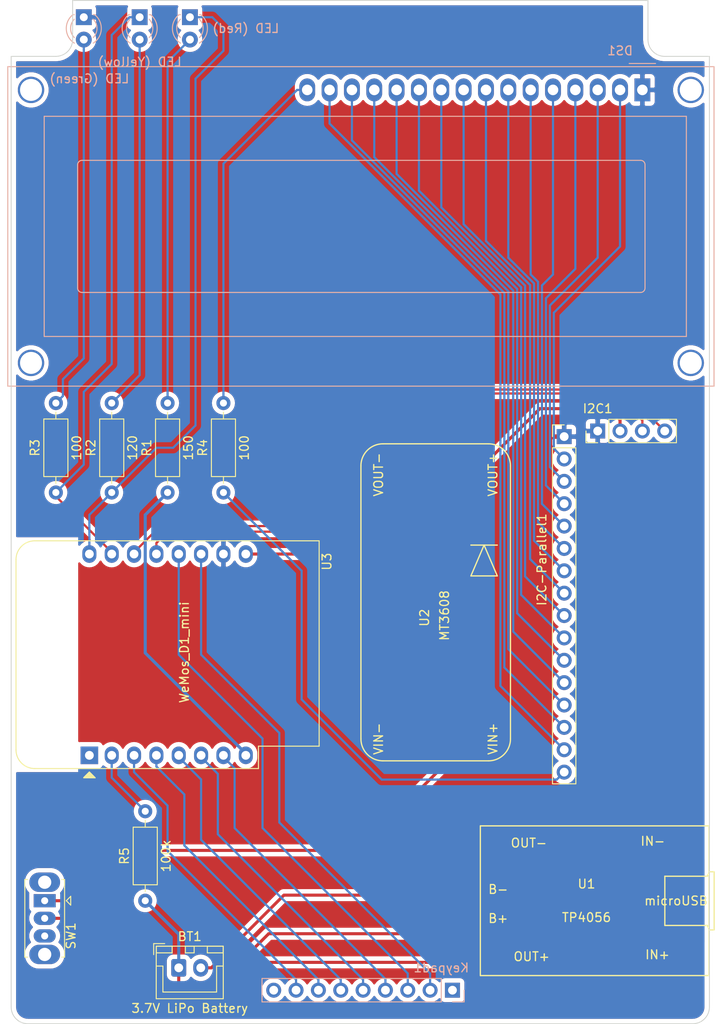
<source format=kicad_pcb>
(kicad_pcb (version 20171130) (host pcbnew "(5.1.2)-1")
  (title_block (title "WiFi Keypad") (date 2019-10-17) (rev 1) (company "Maidstone Hackspace"))
  (layers (0 F.Cu signal) (31 B.Cu signal) (34 B.Paste user hide) (35 F.Paste user hide) (36 B.SilkS user) (37 F.SilkS user) (38 B.Mask user) (39 F.Mask user) (44 Edge.Cuts user))
  (net 0 "")
  (net 1 +BATT)
  (net 2 -BATT)
  (net 3 /LED_Control1)
  (net 4 "Net-(D1-Pad2)")
  (net 5 "Net-(D2-Pad2)")
  (net 6 /LED_Control2)
  (net 7 GND)
  (net 8 "Net-(D3-Pad2)")
  (net 9 /LCD2)
  (net 10 /LCD3)
  (net 11 /LCD4)
  (net 12 /LCD5)
  (net 13 /LCD6)
  (net 14 /LCD7)
  (net 15 /LCD8)
  (net 16 /LCD9)
  (net 17 /LCD10)
  (net 18 /LCD11)
  (net 19 /LCD12)
  (net 20 /LCD13)
  (net 21 /LCD14)
  (net 22 /LCD15)
  (net 23 "Net-(DS1-Pad16)")
  (net 24 +5V)
  (net 25 SDA)
  (net 26 SCL)
  (net 27 /LCD16)
  (net 28 "Net-(Keypad1-Pad1)")
  (net 29 /KP1)
  (net 30 /KP2)
  (net 31 /KP3)
  (net 32 /KP4)
  (net 33 /KP5)
  (net 34 /KP6)
  (net 35 /KP7)
  (net 36 "Net-(Keypad1-Pad9)")
  (net 37 +3V3)
  (net 38 "Net-(R5-Pad2)")
  (net 39 "Net-(SW1-Pad3)")
  (net 40 "Net-(U1-Pad2)")
  (net 41 "Net-(U1-Pad1)")
  (net 42 "Net-(U3-Pad1)")
  (net 43 /V+2)
  (net 44 /V+1)
  (module Module:WEMOS_D1_mini_light (layer F.Cu) (at 119.38 121.285 90)
    (fp_text reference U3 (at 22 27 90) (layer F.SilkS))
    (fp_text value WeMos_D1_mini (at 11.7 10.795 90) (layer F.SilkS))
    (fp_line (start 1.04 26.12) (end 24.36 26.12) (layer F.SilkS) (width 0.12))
    (fp_line (start -1.5 19.22) (end -1.5 -6.21) (layer F.SilkS) (width 0.12))
    (fp_line (start 24.36 26.12) (end 24.36 -6.21) (layer F.SilkS) (width 0.12))
    (fp_line (start 22.24 -8.34) (end 0.63 -8.34) (layer F.SilkS) (width 0.12))
    (fp_poly (pts (xy -2.54 -0.635) (xy -2.54 0.635) (xy -1.905 0)) (layer F.SilkS) (width 0.15))
    (fp_line (start -1.5 19.22) (end 1.04 19.22) (layer F.SilkS) (width 0.12))
    (fp_line (start 1.04 19.22) (end 1.04 26.12) (layer F.SilkS) (width 0.12))
    (fp_arc (start 0.63 -6.21) (end 0.63 -8.34) (angle -90) (layer F.SilkS) (width 0.12))
    (fp_arc (start 22.23 -6.21) (end 24.36 -6.21) (angle -90) (layer F.SilkS) (width 0.12))
    (pad 2 thru_hole oval (at 0 2.54 90) (size 2 1.6) (drill 1) (layers *.Cu *.Mask) (net 38 "Net-(R5-Pad2)"))
    (pad 1 thru_hole rect (at 0 0 90) (size 2 2) (drill 1) (layers *.Cu *.Mask) (net 42 "Net-(U3-Pad1)"))
    (pad 3 thru_hole oval (at 0 5.08 90) (size 2 1.6) (drill 1) (layers *.Cu *.Mask) (net 35 /KP7))
    (pad 4 thru_hole oval (at 0 7.62 90) (size 2 1.6) (drill 1) (layers *.Cu *.Mask) (net 34 /KP6))
    (pad 5 thru_hole oval (at 0 10.16 90) (size 2 1.6) (drill 1) (layers *.Cu *.Mask) (net 33 /KP5))
    (pad 6 thru_hole oval (at 0 12.7 90) (size 2 1.6) (drill 1) (layers *.Cu *.Mask) (net 32 /KP4))
    (pad 7 thru_hole oval (at 0 15.24 90) (size 2 1.6) (drill 1) (layers *.Cu *.Mask) (net 31 /KP3))
    (pad 8 thru_hole oval (at 0 17.78 90) (size 2 1.6) (drill 1) (layers *.Cu *.Mask) (net 37 +3V3))
    (pad 9 thru_hole oval (at 22.86 17.78 90) (size 2 1.6) (drill 1) (layers *.Cu *.Mask) (net 24 +5V))
    (pad 10 thru_hole oval (at 22.86 15.24 90) (size 2 1.6) (drill 1) (layers *.Cu *.Mask) (net 7 GND))
    (pad 11 thru_hole oval (at 22.86 12.7 90) (size 2 1.6) (drill 1) (layers *.Cu *.Mask) (net 29 /KP1))
    (pad 12 thru_hole oval (at 22.86 10.16 90) (size 2 1.6) (drill 1) (layers *.Cu *.Mask) (net 30 /KP2))
    (pad 13 thru_hole oval (at 22.86 7.62 90) (size 2 1.6) (drill 1) (layers *.Cu *.Mask) (net 25 SDA))
    (pad 14 thru_hole oval (at 22.86 5.08 90) (size 2 1.6) (drill 1) (layers *.Cu *.Mask) (net 26 SCL))
    (pad 15 thru_hole oval (at 22.86 2.54 90) (size 2 1.6) (drill 1) (layers *.Cu *.Mask) (net 6 /LED_Control2))
    (pad 16 thru_hole oval (at 22.86 0 90) (size 2 1.6) (drill 1) (layers *.Cu *.Mask) (net 3 /LED_Control1))
  )
  (module Keypad:MT3608_module_SMT (layer F.Cu) (at 158.75 105.41 270)
    (fp_text reference U2 (at 0.25 1.27 270) (layer F.SilkS))
    (fp_text value MT3608 (at 0 -1 270) (layer F.SilkS))
    (fp_text user VOUT- (at -16 6.5 90) (layer F.SilkS))
    (fp_text user VIN+ (at 14 -6.5 90) (layer F.SilkS))
    (fp_text user VIN- (at 14 6.5 90) (layer F.SilkS))
    (fp_text user VOUT+ (at -16 -6.5 90) (layer F.SilkS))
    (fp_line (start -8 -7) (end -8 -4) (layer F.SilkS) (width 0.15))
    (fp_line (start -4.5 -7) (end -4.5 -4) (layer F.SilkS) (width 0.15))
    (fp_line (start -4.5 -4) (end -8 -5.5) (layer F.SilkS) (width 0.15))
    (fp_line (start -8 -5.5) (end -4.5 -7) (layer F.SilkS) (width 0.15))
    (fp_arc (start -17 -6) (end -19.5 -6) (angle 90) (layer F.SilkS) (width 0.15))
    (fp_arc (start 14 -6) (end 14 -8.5) (angle 90) (layer F.SilkS) (width 0.15))
    (fp_arc (start 14 6) (end 16.5 6) (angle 90) (layer F.SilkS) (width 0.15))
    (fp_arc (start -17 6) (end -17 8.5) (angle 90) (layer F.SilkS) (width 0.15))
    (fp_line (start -17 8.5) (end 14 8.5) (layer F.SilkS) (width 0.15))
    (fp_line (start 14 -8.5) (end -17 -8.5) (layer F.SilkS) (width 0.15))
    (fp_line (start 16.5 6) (end 16.5 -6) (layer F.SilkS) (width 0.15))
    (fp_line (start -19.5 -6) (end -19.5 6) (layer F.SilkS) (width 0.15))
    (pad 1 smd rect (at 14 -3.2 90) (size 5 3.5) (layers F.Cu F.Paste F.Mask) (net 43 /V+2))
    (pad 2 smd rect (at 14 3.25 90) (size 5 3.5) (layers F.Cu F.Paste F.Mask) (net 7 GND))
    (pad 3 smd rect (at -17 3.25 90) (size 5 3.5) (layers F.Cu F.Paste F.Mask) (net 7 GND))
    (pad 4 smd rect (at -17 -3.25 90) (size 5 3.5) (layers F.Cu F.Paste F.Mask) (net 24 +5V))
  )
  (module Keypad:4056E_LiIon_loader_SMT (layer F.Cu) (at 176.53 137.795 180)
    (fp_text reference U1 (at 0.635 1.905) (layer F.SilkS))
    (fp_text value TP4056 (at 0.635 -1.905) (layer F.SilkS))
    (fp_line (start -13.29 8.5) (end 12.7 8.5) (layer F.SilkS) (width 0.15))
    (fp_line (start -13.3 -8.5) (end 12.7 -8.5) (layer F.SilkS) (width 0.15))
    (fp_line (start -13.87 3.26) (end -13.87 -3.29) (layer F.SilkS) (width 0.15))
    (fp_text user microUSB (at -9.538 -0.014 180) (layer F.SilkS))
    (fp_line (start -13.856 3.288) (end -13.348 3.288) (layer F.SilkS) (width 0.15))
    (fp_line (start -13.348 3.288) (end -13.094 2.78) (layer F.SilkS) (width 0.15))
    (fp_line (start -13.094 2.78) (end -12.84 2.78) (layer F.SilkS) (width 0.15))
    (fp_line (start -13.856 -3.316) (end -13.348 -3.316) (layer F.SilkS) (width 0.15))
    (fp_line (start -13.348 -3.316) (end -13.094 -2.808) (layer F.SilkS) (width 0.15))
    (fp_line (start -13.094 -2.808) (end -8.268 -2.808) (layer F.SilkS) (width 0.15))
    (fp_line (start -8.268 -2.808) (end -8.268 2.78) (layer F.SilkS) (width 0.15))
    (fp_line (start -8.268 2.78) (end -12.84 2.78) (layer F.SilkS) (width 0.15))
    (fp_text user B- (at 10.674 1.29) (layer F.SilkS))
    (fp_text user B+ (at 10.674 -2.012) (layer F.SilkS))
    (fp_text user OUT- (at 7.19 6.556) (layer F.SilkS))
    (fp_text user OUT+ (at 6.87 -6.348) (layer F.SilkS))
    (fp_text user IN- (at -6.9 6.76) (layer F.SilkS))
    (fp_text user IN+ (at -7.43 -6.13) (layer F.SilkS))
    (fp_line (start -13.296 8.5) (end -13.296 -8.5) (layer F.SilkS) (width 0.15))
    (fp_line (start 12.706 -8.5) (end 12.706 8.5) (layer F.SilkS) (width 0.15))
    (pad 1 smd rect (at -11 -6.75 180) (size 3 3) (layers F.Cu F.Paste F.Mask) (net 41 "Net-(U1-Pad1)"))
    (pad 2 smd rect (at -11 6.75 180) (size 3 3) (layers F.Cu F.Paste F.Mask) (net 40 "Net-(U1-Pad2)"))
    (pad 6 smd rect (at 11 7 180) (size 3 2.5) (layers F.Cu F.Paste F.Mask) (net 7 GND))
    (pad 5 smd rect (at 11 -7 180) (size 3 2.5) (layers F.Cu F.Paste F.Mask) (net 44 /V+1))
    (pad 3 smd rect (at 11 -3.75 180) (size 3 2.5) (layers F.Cu F.Paste F.Mask) (net 1 +BATT))
    (pad 4 smd rect (at 11 3.75 180) (size 3 2.5) (layers F.Cu F.Paste F.Mask) (net 2 -BATT))
  )
  (module Display:WC1602A (layer B.Cu) (at 182.245 45.72 180)
    (fp_text reference DS1 (at 2.54 4.445) (layer B.SilkS) (effects (justify mirror)))
    (fp_text value WC1602A)
    (fp_line (start -8.14 -33.64) (end 72.14 -33.64) (layer B.SilkS) (width 0.12))
    (fp_line (start 72.14 -33.64) (end 72.14 2.64) (layer B.SilkS) (width 0.12))
    (fp_line (start 72.14 2.64) (end -7.34 2.64) (layer B.SilkS) (width 0.12))
    (fp_line (start -8.14 2.64) (end -8.14 -33.64) (layer B.SilkS) (width 0.12))
    (fp_line (start -8.13 2.64) (end -7.34 2.64) (layer B.SilkS) (width 0.12))
    (fp_line (start -1.5 3) (end 1.5 3) (layer B.SilkS) (width 0.12))
    (fp_line (start 0.2 -8) (end 63.7 -8) (layer B.SilkS) (width 0.12))
    (fp_line (start -0.29972 -22.49932) (end -0.29972 -8.5) (layer B.SilkS) (width 0.12))
    (fp_line (start 63.70066 -23) (end 0.2 -23) (layer B.SilkS) (width 0.12))
    (fp_line (start 64.2 -8.5) (end 64.2 -22.5) (layer B.SilkS) (width 0.12))
    (fp_arc (start 63.7 -8.5) (end 63.7 -8) (angle -90) (layer B.SilkS) (width 0.12))
    (fp_arc (start 63.70066 -22.49932) (end 64.20104 -22.49932) (angle -90) (layer B.SilkS) (width 0.12))
    (fp_arc (start 0.20066 -22.49932) (end 0.20066 -22.9997) (angle -90) (layer B.SilkS) (width 0.12))
    (fp_arc (start 0.20066 -8.49884) (end -0.29972 -8.49884) (angle -90) (layer B.SilkS) (width 0.12))
    (fp_line (start -5 -3) (end 68 -3) (layer B.SilkS) (width 0.12))
    (fp_line (start 68 -3) (end 68 -28) (layer B.SilkS) (width 0.12))
    (fp_line (start 68 -28) (end -5 -28) (layer B.SilkS) (width 0.12))
    (fp_line (start -5 -28) (end -5 -3) (layer B.SilkS) (width 0.12))
    (pad 1 thru_hole rect (at 0 0 180) (size 1.8 2.6) (drill 1.2) (layers *.Cu *.Mask) (net 7 GND))
    (pad 2 thru_hole oval (at 2.54 0 180) (size 1.8 2.6) (drill 1.2) (layers *.Cu *.Mask) (net 9 /LCD2))
    (pad 3 thru_hole oval (at 5.08 0 180) (size 1.8 2.6) (drill 1.2) (layers *.Cu *.Mask) (net 10 /LCD3))
    (pad 4 thru_hole oval (at 7.62 0 180) (size 1.8 2.6) (drill 1.2) (layers *.Cu *.Mask) (net 11 /LCD4))
    (pad 5 thru_hole oval (at 10.16 0 180) (size 1.8 2.6) (drill 1.2) (layers *.Cu *.Mask) (net 12 /LCD5))
    (pad 6 thru_hole oval (at 12.7 0 180) (size 1.8 2.6) (drill 1.2) (layers *.Cu *.Mask) (net 13 /LCD6))
    (pad 7 thru_hole oval (at 15.24 0 180) (size 1.8 2.6) (drill 1.2) (layers *.Cu *.Mask) (net 14 /LCD7))
    (pad 8 thru_hole oval (at 17.78 0 180) (size 1.8 2.6) (drill 1.2) (layers *.Cu *.Mask) (net 15 /LCD8))
    (pad 9 thru_hole oval (at 20.32 0 180) (size 1.8 2.6) (drill 1.2) (layers *.Cu *.Mask) (net 16 /LCD9))
    (pad 10 thru_hole oval (at 22.86 0 180) (size 1.8 2.6) (drill 1.2) (layers *.Cu *.Mask) (net 17 /LCD10))
    (pad 11 thru_hole oval (at 25.4 0 180) (size 1.8 2.6) (drill 1.2) (layers *.Cu *.Mask) (net 18 /LCD11))
    (pad 12 thru_hole oval (at 27.94 0 180) (size 1.8 2.6) (drill 1.2) (layers *.Cu *.Mask) (net 19 /LCD12))
    (pad 13 thru_hole oval (at 30.48 0 180) (size 1.8 2.6) (drill 1.2) (layers *.Cu *.Mask) (net 20 /LCD13))
    (pad 14 thru_hole oval (at 33.02 0 180) (size 1.8 2.6) (drill 1.2) (layers *.Cu *.Mask) (net 21 /LCD14))
    (pad 15 thru_hole oval (at 35.56 0 180) (size 1.8 2.6) (drill 1.2) (layers *.Cu *.Mask) (net 22 /LCD15))
    (pad 16 thru_hole oval (at 38.1 0 180) (size 1.8 2.6) (drill 1.2) (layers *.Cu *.Mask) (net 23 "Net-(DS1-Pad16)"))
    (pad "" thru_hole circle (at -5.4991 0 180) (size 3 3) (drill 2.5) (layers *.Cu *.Mask))
    (pad "" thru_hole circle (at -5.4991 -31.0007 180) (size 3 3) (drill 2.5) (layers *.Cu *.Mask))
    (pad "" thru_hole circle (at 69.49948 -31.0007 180) (size 3 3) (drill 2.5) (layers *.Cu *.Mask))
    (pad "" thru_hole circle (at 69.5 0 180) (size 3 3) (drill 2.5) (layers *.Cu *.Mask))
  )
  (module Connector_JST:JST_XH_B2B-XH-A_1x02_P2.50mm_Vertical (layer F.Cu) (at 129.54 145.415)
    (fp_text reference BT1 (at 1.25 -3.55) (layer F.SilkS))
    (fp_text value "3.7V LiPo Battery" (at 1.25 4.6) (layer F.SilkS))
    (fp_line (start -2.56 -2.46) (end -2.56 3.51) (layer F.SilkS) (width 0.12))
    (fp_line (start -2.56 3.51) (end 5.06 3.51) (layer F.SilkS) (width 0.12))
    (fp_line (start 5.06 3.51) (end 5.06 -2.46) (layer F.SilkS) (width 0.12))
    (fp_line (start 5.06 -2.46) (end -2.56 -2.46) (layer F.SilkS) (width 0.12))
    (fp_line (start 0.75 -2.45) (end 0.75 -1.7) (layer F.SilkS) (width 0.12))
    (fp_line (start 0.75 -1.7) (end 1.75 -1.7) (layer F.SilkS) (width 0.12))
    (fp_line (start 1.75 -1.7) (end 1.75 -2.45) (layer F.SilkS) (width 0.12))
    (fp_line (start 1.75 -2.45) (end 0.75 -2.45) (layer F.SilkS) (width 0.12))
    (fp_line (start -2.55 -2.45) (end -2.55 -1.7) (layer F.SilkS) (width 0.12))
    (fp_line (start -2.55 -1.7) (end -0.75 -1.7) (layer F.SilkS) (width 0.12))
    (fp_line (start -0.75 -1.7) (end -0.75 -2.45) (layer F.SilkS) (width 0.12))
    (fp_line (start -0.75 -2.45) (end -2.55 -2.45) (layer F.SilkS) (width 0.12))
    (fp_line (start 3.25 -2.45) (end 3.25 -1.7) (layer F.SilkS) (width 0.12))
    (fp_line (start 3.25 -1.7) (end 5.05 -1.7) (layer F.SilkS) (width 0.12))
    (fp_line (start 5.05 -1.7) (end 5.05 -2.45) (layer F.SilkS) (width 0.12))
    (fp_line (start 5.05 -2.45) (end 3.25 -2.45) (layer F.SilkS) (width 0.12))
    (fp_line (start -2.55 -0.2) (end -1.8 -0.2) (layer F.SilkS) (width 0.12))
    (fp_line (start -1.8 -0.2) (end -1.8 2.75) (layer F.SilkS) (width 0.12))
    (fp_line (start -1.8 2.75) (end 1.25 2.75) (layer F.SilkS) (width 0.12))
    (fp_line (start 5.05 -0.2) (end 4.3 -0.2) (layer F.SilkS) (width 0.12))
    (fp_line (start 4.3 -0.2) (end 4.3 2.75) (layer F.SilkS) (width 0.12))
    (fp_line (start 4.3 2.75) (end 1.25 2.75) (layer F.SilkS) (width 0.12))
    (fp_line (start -1.6 -2.75) (end -2.85 -2.75) (layer F.SilkS) (width 0.12))
    (fp_line (start -2.85 -2.75) (end -2.85 -1.5) (layer F.SilkS) (width 0.12))
    (pad 1 thru_hole roundrect (at 0 0) (size 1.7 2) (drill 1) (layers *.Cu *.Mask) (roundrect_rratio 0.147059) (net 1 +BATT))
    (pad 2 thru_hole oval (at 2.5 0) (size 1.7 2) (drill 1) (layers *.Cu *.Mask) (net 2 -BATT))
  )
  (module LED_THT:LED_D3.0mm (layer B.Cu) (at 130.81 37.465 270)
    (fp_text reference D1)
    (fp_text value "LED (Red)" (at 1.27 -6.35 180) (layer B.SilkS) (effects (justify mirror)))
    (fp_arc (start 1.27 0) (end -0.29 1.235516) (angle -108.8) (layer B.SilkS) (width 0.12))
    (fp_arc (start 1.27 0) (end -0.29 -1.235516) (angle 108.8) (layer B.SilkS) (width 0.12))
    (fp_arc (start 1.27 0) (end 0.229039 1.08) (angle -87.9) (layer B.SilkS) (width 0.12))
    (fp_arc (start 1.27 0) (end 0.229039 -1.08) (angle 87.9) (layer B.SilkS) (width 0.12))
    (fp_line (start -0.29 1.236) (end -0.29 1.08) (layer B.SilkS) (width 0.12))
    (fp_line (start -0.29 -1.08) (end -0.29 -1.236) (layer B.SilkS) (width 0.12))
    (pad 1 thru_hole rect (at 0 0 270) (size 1.8 1.8) (drill 0.9) (layers *.Cu *.Mask) (net 3 /LED_Control1))
    (pad 2 thru_hole circle (at 2.54 0 270) (size 1.8 1.8) (drill 0.9) (layers *.Cu *.Mask) (net 4 "Net-(D1-Pad2)"))
  )
  (module LED_THT:LED_D3.0mm (layer B.Cu) (at 125.095 37.465 270)
    (fp_text reference D2)
    (fp_text value "LED (Yellow)" (at 5.08 0 180) (layer B.SilkS) (effects (justify mirror)))
    (fp_line (start -0.29 -1.08) (end -0.29 -1.236) (layer B.SilkS) (width 0.12))
    (fp_line (start -0.29 1.236) (end -0.29 1.08) (layer B.SilkS) (width 0.12))
    (fp_arc (start 1.27 0) (end 0.229039 -1.08) (angle 87.9) (layer B.SilkS) (width 0.12))
    (fp_arc (start 1.27 0) (end 0.229039 1.08) (angle -87.9) (layer B.SilkS) (width 0.12))
    (fp_arc (start 1.27 0) (end -0.29 -1.235516) (angle 108.8) (layer B.SilkS) (width 0.12))
    (fp_arc (start 1.27 0) (end -0.29 1.235516) (angle -108.8) (layer B.SilkS) (width 0.12))
    (pad 2 thru_hole circle (at 2.54 0 270) (size 1.8 1.8) (drill 0.9) (layers *.Cu *.Mask) (net 5 "Net-(D2-Pad2)"))
    (pad 1 thru_hole rect (at 0 0 270) (size 1.8 1.8) (drill 0.9) (layers *.Cu *.Mask) (net 6 /LED_Control2))
  )
  (module LED_THT:LED_D3.0mm (layer B.Cu) (at 118.745 37.465 270)
    (fp_text reference D3)
    (fp_text value "LED (Green)" (at 6.985 -0.635 180) (layer B.SilkS) (effects (justify mirror)))
    (fp_arc (start 1.27 0) (end -0.29 1.235516) (angle -108.8) (layer B.SilkS) (width 0.12))
    (fp_arc (start 1.27 0) (end -0.29 -1.235516) (angle 108.8) (layer B.SilkS) (width 0.12))
    (fp_arc (start 1.27 0) (end 0.229039 1.08) (angle -87.9) (layer B.SilkS) (width 0.12))
    (fp_arc (start 1.27 0) (end 0.229039 -1.08) (angle 87.9) (layer B.SilkS) (width 0.12))
    (fp_line (start -0.29 1.236) (end -0.29 1.08) (layer B.SilkS) (width 0.12))
    (fp_line (start -0.29 -1.08) (end -0.29 -1.236) (layer B.SilkS) (width 0.12))
    (pad 1 thru_hole rect (at 0 0 270) (size 1.8 1.8) (drill 0.9) (layers *.Cu *.Mask) (net 7 GND))
    (pad 2 thru_hole circle (at 2.54 0 270) (size 1.8 1.8) (drill 0.9) (layers *.Cu *.Mask) (net 8 "Net-(D3-Pad2)"))
  )
  (module Connector_PinHeader_2.54mm:PinHeader_1x04_P2.54mm_Vertical (layer F.Cu) (at 177.165 84.455 90)
    (fp_text reference I2C1 (at 2.54 0 180) (layer F.SilkS))
    (fp_text value Conn_01x04)
    (fp_line (start -1.33 8.95) (end 1.33 8.95) (layer F.SilkS) (width 0.12))
    (fp_line (start -1.33 1.27) (end -1.33 8.95) (layer F.SilkS) (width 0.12))
    (fp_line (start 1.33 1.27) (end 1.33 8.95) (layer F.SilkS) (width 0.12))
    (fp_line (start -1.33 1.27) (end 1.33 1.27) (layer F.SilkS) (width 0.12))
    (fp_line (start -1.33 0) (end -1.33 -1.33) (layer F.SilkS) (width 0.12))
    (fp_line (start -1.33 -1.33) (end 0 -1.33) (layer F.SilkS) (width 0.12))
    (pad 1 thru_hole rect (at 0 0 90) (size 1.7 1.7) (drill 1) (layers *.Cu *.Mask) (net 7 GND))
    (pad 2 thru_hole oval (at 0 2.54 90) (size 1.7 1.7) (drill 1) (layers *.Cu *.Mask) (net 24 +5V))
    (pad 3 thru_hole oval (at 0 5.08 90) (size 1.7 1.7) (drill 1) (layers *.Cu *.Mask) (net 25 SDA))
    (pad 4 thru_hole oval (at 0 7.62 90) (size 1.7 1.7) (drill 1) (layers *.Cu *.Mask) (net 26 SCL))
  )
  (module Connector_PinHeader_2.54mm:PinHeader_1x16_P2.54mm_Vertical (layer F.Cu) (at 173.355 85.09)
    (fp_text reference I2C-Parallel1 (at -2.54 13.97 90) (layer F.SilkS))
    (fp_text value Conn_01x16)
    (fp_line (start -1.33 39.43) (end 1.33 39.43) (layer F.SilkS) (width 0.12))
    (fp_line (start -1.33 1.27) (end -1.33 39.43) (layer F.SilkS) (width 0.12))
    (fp_line (start 1.33 1.27) (end 1.33 39.43) (layer F.SilkS) (width 0.12))
    (fp_line (start -1.33 1.27) (end 1.33 1.27) (layer F.SilkS) (width 0.12))
    (fp_line (start -1.33 0) (end -1.33 -1.33) (layer F.SilkS) (width 0.12))
    (fp_line (start -1.33 -1.33) (end 0 -1.33) (layer F.SilkS) (width 0.12))
    (pad 1 thru_hole rect (at 0 0) (size 1.7 1.7) (drill 1) (layers *.Cu *.Mask) (net 7 GND))
    (pad 2 thru_hole oval (at 0 2.54) (size 1.7 1.7) (drill 1) (layers *.Cu *.Mask) (net 9 /LCD2))
    (pad 3 thru_hole oval (at 0 5.08) (size 1.7 1.7) (drill 1) (layers *.Cu *.Mask) (net 10 /LCD3))
    (pad 4 thru_hole oval (at 0 7.62) (size 1.7 1.7) (drill 1) (layers *.Cu *.Mask) (net 11 /LCD4))
    (pad 5 thru_hole oval (at 0 10.16) (size 1.7 1.7) (drill 1) (layers *.Cu *.Mask) (net 12 /LCD5))
    (pad 6 thru_hole oval (at 0 12.7) (size 1.7 1.7) (drill 1) (layers *.Cu *.Mask) (net 13 /LCD6))
    (pad 7 thru_hole oval (at 0 15.24) (size 1.7 1.7) (drill 1) (layers *.Cu *.Mask) (net 14 /LCD7))
    (pad 8 thru_hole oval (at 0 17.78) (size 1.7 1.7) (drill 1) (layers *.Cu *.Mask) (net 15 /LCD8))
    (pad 9 thru_hole oval (at 0 20.32) (size 1.7 1.7) (drill 1) (layers *.Cu *.Mask) (net 16 /LCD9))
    (pad 10 thru_hole oval (at 0 22.86) (size 1.7 1.7) (drill 1) (layers *.Cu *.Mask) (net 17 /LCD10))
    (pad 11 thru_hole oval (at 0 25.4) (size 1.7 1.7) (drill 1) (layers *.Cu *.Mask) (net 18 /LCD11))
    (pad 12 thru_hole oval (at 0 27.94) (size 1.7 1.7) (drill 1) (layers *.Cu *.Mask) (net 19 /LCD12))
    (pad 13 thru_hole oval (at 0 30.48) (size 1.7 1.7) (drill 1) (layers *.Cu *.Mask) (net 20 /LCD13))
    (pad 14 thru_hole oval (at 0 33.02) (size 1.7 1.7) (drill 1) (layers *.Cu *.Mask) (net 21 /LCD14))
    (pad 15 thru_hole oval (at 0 35.56) (size 1.7 1.7) (drill 1) (layers *.Cu *.Mask) (net 22 /LCD15))
    (pad 16 thru_hole oval (at 0 38.1) (size 1.7 1.7) (drill 1) (layers *.Cu *.Mask) (net 27 /LCD16))
  )
  (module Connector_PinHeader_2.54mm:PinHeader_1x09_P2.54mm_Vertical (layer B.Cu) (at 160.655 147.955 90)
    (fp_text reference Keypad1 (at 2.54 -1.27) (layer B.SilkS) (effects (justify mirror)))
    (fp_text value Conn_01x09)
    (fp_line (start -1.33 -21.65) (end 1.33 -21.65) (layer B.SilkS) (width 0.12))
    (fp_line (start -1.33 -1.27) (end -1.33 -21.65) (layer B.SilkS) (width 0.12))
    (fp_line (start 1.33 -1.27) (end 1.33 -21.65) (layer B.SilkS) (width 0.12))
    (fp_line (start -1.33 -1.27) (end 1.33 -1.27) (layer B.SilkS) (width 0.12))
    (fp_line (start -1.33 0) (end -1.33 1.33) (layer B.SilkS) (width 0.12))
    (fp_line (start -1.33 1.33) (end 0 1.33) (layer B.SilkS) (width 0.12))
    (pad 1 thru_hole rect (at 0 0 90) (size 1.7 1.7) (drill 1) (layers *.Cu *.Mask) (net 28 "Net-(Keypad1-Pad1)"))
    (pad 2 thru_hole oval (at 0 -2.54 90) (size 1.7 1.7) (drill 1) (layers *.Cu *.Mask) (net 29 /KP1))
    (pad 3 thru_hole oval (at 0 -5.08 90) (size 1.7 1.7) (drill 1) (layers *.Cu *.Mask) (net 30 /KP2))
    (pad 4 thru_hole oval (at 0 -7.62 90) (size 1.7 1.7) (drill 1) (layers *.Cu *.Mask) (net 31 /KP3))
    (pad 5 thru_hole oval (at 0 -10.16 90) (size 1.7 1.7) (drill 1) (layers *.Cu *.Mask) (net 32 /KP4))
    (pad 6 thru_hole oval (at 0 -12.7 90) (size 1.7 1.7) (drill 1) (layers *.Cu *.Mask) (net 33 /KP5))
    (pad 7 thru_hole oval (at 0 -15.24 90) (size 1.7 1.7) (drill 1) (layers *.Cu *.Mask) (net 34 /KP6))
    (pad 8 thru_hole oval (at 0 -17.78 90) (size 1.7 1.7) (drill 1) (layers *.Cu *.Mask) (net 35 /KP7))
    (pad 9 thru_hole oval (at 0 -20.32 90) (size 1.7 1.7) (drill 1) (layers *.Cu *.Mask) (net 36 "Net-(Keypad1-Pad9)"))
  )
  (module Resistor_THT:R_Axial_DIN0207_L6.3mm_D2.5mm_P10.16mm_Horizontal (layer F.Cu) (at 128.27 91.44 90)
    (fp_text reference R1 (at 5.08 -2.37 90) (layer F.SilkS))
    (fp_text value 150 (at 5.08 2.37 90) (layer F.SilkS))
    (fp_line (start 1.81 -1.37) (end 1.81 1.37) (layer F.SilkS) (width 0.12))
    (fp_line (start 1.81 1.37) (end 8.35 1.37) (layer F.SilkS) (width 0.12))
    (fp_line (start 8.35 1.37) (end 8.35 -1.37) (layer F.SilkS) (width 0.12))
    (fp_line (start 8.35 -1.37) (end 1.81 -1.37) (layer F.SilkS) (width 0.12))
    (fp_line (start 1.04 0) (end 1.81 0) (layer F.SilkS) (width 0.12))
    (fp_line (start 9.12 0) (end 8.35 0) (layer F.SilkS) (width 0.12))
    (pad 1 thru_hole circle (at 0 0 90) (size 1.6 1.6) (drill 0.8) (layers *.Cu *.Mask) (net 37 +3V3))
    (pad 2 thru_hole oval (at 10.16 0 90) (size 1.6 1.6) (drill 0.8) (layers *.Cu *.Mask) (net 4 "Net-(D1-Pad2)"))
  )
  (module Resistor_THT:R_Axial_DIN0207_L6.3mm_D2.5mm_P10.16mm_Horizontal (layer F.Cu) (at 121.92 91.44 90)
    (fp_text reference R2 (at 5.08 -2.37 90) (layer F.SilkS))
    (fp_text value 120 (at 5.08 2.37 90) (layer F.SilkS))
    (fp_line (start 9.12 0) (end 8.35 0) (layer F.SilkS) (width 0.12))
    (fp_line (start 1.04 0) (end 1.81 0) (layer F.SilkS) (width 0.12))
    (fp_line (start 8.35 -1.37) (end 1.81 -1.37) (layer F.SilkS) (width 0.12))
    (fp_line (start 8.35 1.37) (end 8.35 -1.37) (layer F.SilkS) (width 0.12))
    (fp_line (start 1.81 1.37) (end 8.35 1.37) (layer F.SilkS) (width 0.12))
    (fp_line (start 1.81 -1.37) (end 1.81 1.37) (layer F.SilkS) (width 0.12))
    (pad 2 thru_hole oval (at 10.16 0 90) (size 1.6 1.6) (drill 0.8) (layers *.Cu *.Mask) (net 5 "Net-(D2-Pad2)"))
    (pad 1 thru_hole circle (at 0 0 90) (size 1.6 1.6) (drill 0.8) (layers *.Cu *.Mask) (net 3 /LED_Control1))
  )
  (module Resistor_THT:R_Axial_DIN0207_L6.3mm_D2.5mm_P10.16mm_Horizontal (layer F.Cu) (at 115.57 91.44 90)
    (fp_text reference R3 (at 5.08 -2.37 90) (layer F.SilkS))
    (fp_text value 100 (at 5.08 2.37 90) (layer F.SilkS))
    (fp_line (start 1.81 -1.37) (end 1.81 1.37) (layer F.SilkS) (width 0.12))
    (fp_line (start 1.81 1.37) (end 8.35 1.37) (layer F.SilkS) (width 0.12))
    (fp_line (start 8.35 1.37) (end 8.35 -1.37) (layer F.SilkS) (width 0.12))
    (fp_line (start 8.35 -1.37) (end 1.81 -1.37) (layer F.SilkS) (width 0.12))
    (fp_line (start 1.04 0) (end 1.81 0) (layer F.SilkS) (width 0.12))
    (fp_line (start 9.12 0) (end 8.35 0) (layer F.SilkS) (width 0.12))
    (pad 1 thru_hole circle (at 0 0 90) (size 1.6 1.6) (drill 0.8) (layers *.Cu *.Mask) (net 6 /LED_Control2))
    (pad 2 thru_hole oval (at 10.16 0 90) (size 1.6 1.6) (drill 0.8) (layers *.Cu *.Mask) (net 8 "Net-(D3-Pad2)"))
  )
  (module Resistor_THT:R_Axial_DIN0207_L6.3mm_D2.5mm_P10.16mm_Horizontal (layer F.Cu) (at 134.62 91.44 90)
    (fp_text reference R4 (at 5.08 -2.37 90) (layer F.SilkS))
    (fp_text value 100 (at 5.08 2.37 90) (layer F.SilkS))
    (fp_line (start 1.81 -1.37) (end 1.81 1.37) (layer F.SilkS) (width 0.12))
    (fp_line (start 1.81 1.37) (end 8.35 1.37) (layer F.SilkS) (width 0.12))
    (fp_line (start 8.35 1.37) (end 8.35 -1.37) (layer F.SilkS) (width 0.12))
    (fp_line (start 8.35 -1.37) (end 1.81 -1.37) (layer F.SilkS) (width 0.12))
    (fp_line (start 1.04 0) (end 1.81 0) (layer F.SilkS) (width 0.12))
    (fp_line (start 9.12 0) (end 8.35 0) (layer F.SilkS) (width 0.12))
    (pad 1 thru_hole circle (at 0 0 90) (size 1.6 1.6) (drill 0.8) (layers *.Cu *.Mask) (net 27 /LCD16))
    (pad 2 thru_hole oval (at 10.16 0 90) (size 1.6 1.6) (drill 0.8) (layers *.Cu *.Mask) (net 23 "Net-(DS1-Pad16)"))
  )
  (module Resistor_THT:R_Axial_DIN0207_L6.3mm_D2.5mm_P10.16mm_Horizontal (layer F.Cu) (at 125.73 137.795 90)
    (fp_text reference R5 (at 5.08 -2.37 90) (layer F.SilkS))
    (fp_text value 100k (at 5.08 2.37 90) (layer F.SilkS))
    (fp_line (start 9.12 0) (end 8.35 0) (layer F.SilkS) (width 0.12))
    (fp_line (start 1.04 0) (end 1.81 0) (layer F.SilkS) (width 0.12))
    (fp_line (start 8.35 -1.37) (end 1.81 -1.37) (layer F.SilkS) (width 0.12))
    (fp_line (start 8.35 1.37) (end 8.35 -1.37) (layer F.SilkS) (width 0.12))
    (fp_line (start 1.81 1.37) (end 8.35 1.37) (layer F.SilkS) (width 0.12))
    (fp_line (start 1.81 -1.37) (end 1.81 1.37) (layer F.SilkS) (width 0.12))
    (pad 2 thru_hole oval (at 10.16 0 90) (size 1.6 1.6) (drill 0.8) (layers *.Cu *.Mask) (net 38 "Net-(R5-Pad2)"))
    (pad 1 thru_hole circle (at 0 0 90) (size 1.6 1.6) (drill 0.8) (layers *.Cu *.Mask) (net 1 +BATT))
  )
  (module Button_Switch_THT:SW_Slide_1P2T_CK_OS102011MS2Q (layer F.Cu) (at 114.3 137.795 270)
    (fp_text reference SW1 (at 3.99 -2.99 90) (layer F.SilkS))
    (fp_text value SW_SPDT)
    (fp_line (start -2.41 -2.26) (end 6.41 -2.26) (layer F.SilkS) (width 0.12))
    (fp_line (start 6.41 -2.26) (end 6.41 -1.95) (layer F.SilkS) (width 0.12))
    (fp_line (start 6.41 2.26) (end -2.41 2.26) (layer F.SilkS) (width 0.12))
    (fp_line (start -2.41 -1.95) (end -2.41 -2.26) (layer F.SilkS) (width 0.12))
    (fp_line (start -2.41 2.26) (end -2.41 1.95) (layer F.SilkS) (width 0.12))
    (fp_line (start 6.41 2.26) (end 6.41 1.95) (layer F.SilkS) (width 0.12))
    (fp_line (start -0.5 -2.96) (end 0 -2.46) (layer F.SilkS) (width 0.12))
    (fp_line (start 0 -2.46) (end 0.5 -2.96) (layer F.SilkS) (width 0.12))
    (fp_line (start 0.5 -2.96) (end -0.5 -2.96) (layer F.SilkS) (width 0.12))
    (pad 1 thru_hole rect (at 0 0 270) (size 1.5 2.5) (drill 0.8) (layers *.Cu *.Mask) (net 43 /V+2))
    (pad 2 thru_hole oval (at 2 0 270) (size 1.5 2.5) (drill 0.8) (layers *.Cu *.Mask) (net 44 /V+1))
    (pad 3 thru_hole oval (at 4 0 270) (size 1.5 2.5) (drill 0.8) (layers *.Cu *.Mask) (net 39 "Net-(SW1-Pad3)"))
    (pad "" thru_hole oval (at -2.1 0 270) (size 2.2 3.5) (drill 1.5) (layers *.Cu *.Mask))
    (pad "" thru_hole oval (at 6.1 0 270) (size 2.2 3.5) (drill 1.5) (layers *.Cu *.Mask))
  )
  (gr_arc (start 184.785 40.005) (end 182.88 40.005) (angle -90) (layer Edge.Cuts) (width 0.1))
  (gr_line (start 189.865 41.91) (end 184.785 41.91) (layer Edge.Cuts) (width 0.1))
  (gr_line (start 182.88 35.56) (end 182.88 40.005) (layer Edge.Cuts) (width 0.1))
  (gr_arc (start 115.57 40.005) (end 115.57 41.91) (angle -90) (layer Edge.Cuts) (width 0.1))
  (gr_line (start 117.475 40.005) (end 117.475 35.56) (layer Edge.Cuts) (width 0.1))
  (gr_line (start 110.49 41.91) (end 115.57 41.91) (layer Edge.Cuts) (width 0.1))
  (gr_arc (start 187.96 149.86) (end 187.96 151.765) (angle -90) (layer Edge.Cuts) (width 0.1))
  (gr_arc (start 112.395 149.86) (end 110.49 149.86) (angle -90) (layer Edge.Cuts) (width 0.1))
  (gr_line (start 110.49 149.86) (end 110.49 41.91) (layer Edge.Cuts) (width 0.1))
  (gr_line (start 187.96 151.765) (end 112.395 151.765) (layer Edge.Cuts) (width 0.1))
  (gr_line (start 189.865 41.91) (end 189.865 149.86) (layer Edge.Cuts) (width 0.1))
  (gr_line (start 117.475 35.56) (end 182.88 35.56) (layer Edge.Cuts) (width 0.1))
  (segment (start 129.54 147.32) (end 129.54 145.415) (width 0.35) (layer F.Cu) (net 1))
  (segment (start 130.175 147.955) (end 129.54 147.32) (width 0.35) (layer F.Cu) (net 1))
  (segment (start 133.35 147.955) (end 130.175 147.955) (width 0.35) (layer F.Cu) (net 1))
  (segment (start 165.53 141.545) (end 139.76 141.545) (width 0.35) (layer F.Cu) (net 1))
  (segment (start 139.76 141.545) (end 133.35 147.955) (width 0.35) (layer F.Cu) (net 1))
  (segment (start 129.54 141.605) (end 125.73 137.795) (width 0.35) (layer B.Cu) (net 1))
  (segment (start 129.54 145.415) (end 129.54 141.605) (width 0.35) (layer B.Cu) (net 1))
  (segment (start 164.03 134.045) (end 163.97 133.985) (width 0.25) (layer F.Cu) (net 2))
  (segment (start 165.53 134.045) (end 164.03 134.045) (width 0.25) (layer F.Cu) (net 2))
  (segment (start 163.68 134.045) (end 160.565 137.16) (width 0.35) (layer F.Cu) (net 2))
  (segment (start 165.53 134.045) (end 163.68 134.045) (width 0.35) (layer F.Cu) (net 2))
  (segment (start 133.24 145.415) (end 132.04 145.415) (width 0.35) (layer F.Cu) (net 2))
  (segment (start 141.495 137.16) (end 133.24 145.415) (width 0.35) (layer F.Cu) (net 2))
  (segment (start 160.565 137.16) (end 141.495 137.16) (width 0.35) (layer F.Cu) (net 2))
  (segment (start 119.38 93.98) (end 121.92 91.44) (width 0.25) (layer B.Cu) (net 3))
  (segment (start 119.38 98.425) (end 119.38 93.98) (width 0.25) (layer B.Cu) (net 3))
  (segment (start 133.35 37.465) (end 130.81 37.465) (width 0.25) (layer B.Cu) (net 3))
  (segment (start 127 86.36) (end 128.905 86.36) (width 0.25) (layer B.Cu) (net 3))
  (segment (start 134.62 38.735) (end 133.35 37.465) (width 0.25) (layer B.Cu) (net 3))
  (segment (start 121.92 91.44) (end 127 86.36) (width 0.25) (layer B.Cu) (net 3))
  (segment (start 128.905 86.36) (end 131.445 83.82) (width 0.25) (layer B.Cu) (net 3))
  (segment (start 131.445 83.82) (end 131.445 44.45) (width 0.25) (layer B.Cu) (net 3))
  (segment (start 131.445 44.45) (end 134.62 41.275) (width 0.25) (layer B.Cu) (net 3))
  (segment (start 134.62 41.275) (end 134.62 38.735) (width 0.25) (layer B.Cu) (net 3))
  (segment (start 128.27 42.545) (end 130.81 40.005) (width 0.25) (layer B.Cu) (net 4))
  (segment (start 128.27 81.28) (end 128.27 42.545) (width 0.25) (layer B.Cu) (net 4))
  (segment (start 125.095 78.105) (end 125.095 40.005) (width 0.25) (layer B.Cu) (net 5))
  (segment (start 121.92 81.28) (end 125.095 78.105) (width 0.25) (layer B.Cu) (net 5))
  (segment (start 115.57 91.875) (end 115.57 91.44) (width 0.25) (layer F.Cu) (net 6))
  (segment (start 121.92 98.225) (end 115.57 91.875) (width 0.25) (layer F.Cu) (net 6))
  (segment (start 121.92 98.425) (end 121.92 98.225) (width 0.25) (layer F.Cu) (net 6))
  (segment (start 123.945 37.465) (end 125.095 37.465) (width 0.25) (layer B.Cu) (net 6))
  (segment (start 121.92 39.49) (end 123.945 37.465) (width 0.25) (layer B.Cu) (net 6))
  (segment (start 121.92 76.835) (end 121.92 39.49) (width 0.25) (layer B.Cu) (net 6))
  (segment (start 118.745 80.01) (end 121.92 76.835) (width 0.25) (layer B.Cu) (net 6))
  (segment (start 118.745 88.265) (end 118.745 80.01) (width 0.25) (layer B.Cu) (net 6))
  (segment (start 115.57 91.44) (end 118.745 88.265) (width 0.25) (layer B.Cu) (net 6))
  (segment (start 116.369999 80.480001) (end 116.369999 78.575001) (width 0.25) (layer B.Cu) (net 8))
  (segment (start 115.57 81.28) (end 116.369999 80.480001) (width 0.25) (layer B.Cu) (net 8))
  (segment (start 118.745 76.2) (end 118.745 40.005) (width 0.25) (layer B.Cu) (net 8))
  (segment (start 116.369999 78.575001) (end 118.745 76.2) (width 0.25) (layer B.Cu) (net 8))
  (segment (start 172.179999 86.454999) (end 172.179999 71.025001) (width 0.25) (layer B.Cu) (net 9))
  (segment (start 173.355 87.63) (end 172.179999 86.454999) (width 0.25) (layer B.Cu) (net 9))
  (segment (start 179.705 63.5) (end 179.705 45.72) (width 0.25) (layer B.Cu) (net 9))
  (segment (start 172.179999 71.025001) (end 179.705 63.5) (width 0.25) (layer B.Cu) (net 9))
  (segment (start 171.729989 88.544989) (end 171.729989 70.205011) (width 0.25) (layer B.Cu) (net 10))
  (segment (start 173.355 90.17) (end 171.729989 88.544989) (width 0.25) (layer B.Cu) (net 10))
  (segment (start 177.165 64.77) (end 177.165 45.72) (width 0.25) (layer B.Cu) (net 10))
  (segment (start 171.729989 70.205011) (end 177.165 64.77) (width 0.25) (layer B.Cu) (net 10))
  (segment (start 171.279979 90.634979) (end 171.279979 69.385021) (width 0.25) (layer B.Cu) (net 11))
  (segment (start 173.355 92.71) (end 171.279979 90.634979) (width 0.25) (layer B.Cu) (net 11))
  (segment (start 174.625 66.04) (end 174.625 45.72) (width 0.25) (layer B.Cu) (net 11))
  (segment (start 171.279979 69.385021) (end 174.625 66.04) (width 0.25) (layer B.Cu) (net 11))
  (segment (start 170.829969 92.724969) (end 170.829969 67.930031) (width 0.25) (layer B.Cu) (net 12))
  (segment (start 173.355 95.25) (end 170.829969 92.724969) (width 0.25) (layer B.Cu) (net 12))
  (segment (start 172.085 66.675) (end 172.085 45.72) (width 0.25) (layer B.Cu) (net 12))
  (segment (start 170.829969 67.930031) (end 172.085 66.675) (width 0.25) (layer B.Cu) (net 12))
  (segment (start 170.379959 94.814959) (end 170.379959 67.509959) (width 0.25) (layer B.Cu) (net 13))
  (segment (start 173.355 97.79) (end 170.379959 94.814959) (width 0.25) (layer B.Cu) (net 13))
  (segment (start 169.545 66.675) (end 169.545 45.72) (width 0.25) (layer B.Cu) (net 13))
  (segment (start 170.379959 67.509959) (end 169.545 66.675) (width 0.25) (layer B.Cu) (net 13))
  (segment (start 167.005 47.27) (end 167.005 45.72) (width 0.25) (layer B.Cu) (net 14))
  (segment (start 167.005 64.77141) (end 167.005 47.27) (width 0.25) (layer B.Cu) (net 14))
  (segment (start 169.929949 67.696359) (end 167.005 64.77141) (width 0.25) (layer B.Cu) (net 14))
  (segment (start 169.929949 96.904949) (end 169.929949 67.696359) (width 0.25) (layer B.Cu) (net 14))
  (segment (start 173.355 100.33) (end 169.929949 96.904949) (width 0.25) (layer B.Cu) (net 14))
  (segment (start 164.465 47.27) (end 164.465 45.72) (width 0.25) (layer B.Cu) (net 15))
  (segment (start 164.465 62.86782) (end 164.465 47.27) (width 0.25) (layer B.Cu) (net 15))
  (segment (start 169.479939 67.882759) (end 164.465 62.86782) (width 0.25) (layer B.Cu) (net 15))
  (segment (start 169.479939 98.994939) (end 169.479939 67.882759) (width 0.25) (layer B.Cu) (net 15))
  (segment (start 173.355 102.87) (end 169.479939 98.994939) (width 0.25) (layer B.Cu) (net 15))
  (segment (start 173.355 105.41) (end 168.91 100.965) (width 0.25) (layer B.Cu) (net 16))
  (segment (start 161.925 47.27) (end 161.925 45.72) (width 0.25) (layer B.Cu) (net 16))
  (segment (start 161.925 60.96423) (end 161.925 47.27) (width 0.25) (layer B.Cu) (net 16))
  (segment (start 168.91 67.94923) (end 161.925 60.96423) (width 0.25) (layer B.Cu) (net 16))
  (segment (start 168.91 100.965) (end 168.91 67.94923) (width 0.25) (layer B.Cu) (net 16))
  (segment (start 159.385 47.27) (end 159.385 45.72) (width 0.25) (layer B.Cu) (net 17))
  (segment (start 159.385 59.06064) (end 159.385 47.27) (width 0.25) (layer B.Cu) (net 17))
  (segment (start 168.45999 68.13563) (end 159.385 59.06064) (width 0.25) (layer B.Cu) (net 17))
  (segment (start 168.45999 103.05499) (end 168.45999 68.13563) (width 0.25) (layer B.Cu) (net 17))
  (segment (start 173.355 107.95) (end 168.45999 103.05499) (width 0.25) (layer B.Cu) (net 17))
  (segment (start 156.845 47.27) (end 156.845 45.72) (width 0.25) (layer B.Cu) (net 18))
  (segment (start 156.845 57.15705) (end 156.845 47.27) (width 0.25) (layer B.Cu) (net 18))
  (segment (start 168.00998 68.32203) (end 156.845 57.15705) (width 0.25) (layer B.Cu) (net 18))
  (segment (start 168.00998 105.14498) (end 168.00998 68.32203) (width 0.25) (layer B.Cu) (net 18))
  (segment (start 173.355 110.49) (end 168.00998 105.14498) (width 0.25) (layer B.Cu) (net 18))
  (segment (start 154.305 47.27) (end 154.305 45.72) (width 0.25) (layer B.Cu) (net 19))
  (segment (start 154.305 55.25346) (end 154.305 47.27) (width 0.25) (layer B.Cu) (net 19))
  (segment (start 167.55997 68.50843) (end 154.305 55.25346) (width 0.25) (layer B.Cu) (net 19))
  (segment (start 167.55997 107.23497) (end 167.55997 68.50843) (width 0.25) (layer B.Cu) (net 19))
  (segment (start 173.355 113.03) (end 167.55997 107.23497) (width 0.25) (layer B.Cu) (net 19))
  (segment (start 173.355 115.57) (end 167.005 109.22) (width 0.25) (layer B.Cu) (net 20))
  (segment (start 151.765 47.27) (end 151.765 45.72) (width 0.25) (layer B.Cu) (net 20))
  (segment (start 151.765 53.34987) (end 151.765 47.27) (width 0.25) (layer B.Cu) (net 20))
  (segment (start 167.005 68.58987) (end 151.765 53.34987) (width 0.25) (layer B.Cu) (net 20))
  (segment (start 167.005 109.22) (end 167.005 68.58987) (width 0.25) (layer B.Cu) (net 20))
  (segment (start 149.225 51.44628) (end 149.225 45.72) (width 0.25) (layer B.Cu) (net 21))
  (segment (start 166.55499 68.77627) (end 149.225 51.44628) (width 0.25) (layer B.Cu) (net 21))
  (segment (start 173.355 118.11) (end 166.55499 111.30999) (width 0.25) (layer B.Cu) (net 21))
  (segment (start 166.55499 111.30999) (end 166.55499 68.77627) (width 0.25) (layer B.Cu) (net 21))
  (segment (start 146.685 49.54269) (end 146.685 45.72) (width 0.25) (layer B.Cu) (net 22))
  (segment (start 166.10498 68.96267) (end 146.685 49.54269) (width 0.25) (layer B.Cu) (net 22))
  (segment (start 173.355 120.65) (end 166.10498 113.39998) (width 0.25) (layer B.Cu) (net 22))
  (segment (start 166.10498 113.39998) (end 166.10498 68.96267) (width 0.25) (layer B.Cu) (net 22))
  (segment (start 142.995 45.72) (end 144.145 45.72) (width 0.25) (layer B.Cu) (net 23))
  (segment (start 134.62 54.095) (end 142.995 45.72) (width 0.25) (layer B.Cu) (net 23))
  (segment (start 134.62 81.28) (end 134.62 54.095) (width 0.25) (layer B.Cu) (net 23))
  (segment (start 137.16 98.425) (end 146.685 98.425) (width 0.35) (layer F.Cu) (net 24))
  (segment (start 146.685 98.425) (end 152.4 92.71) (width 0.35) (layer F.Cu) (net 24))
  (segment (start 162 89.16) (end 162 88.41) (width 0.35) (layer F.Cu) (net 24))
  (segment (start 158.45 92.71) (end 162 89.16) (width 0.35) (layer F.Cu) (net 24))
  (segment (start 152.4 92.71) (end 158.45 92.71) (width 0.35) (layer F.Cu) (net 24))
  (segment (start 179.705 83.185) (end 179.705 84.455) (width 0.35) (layer F.Cu) (net 24))
  (segment (start 178.435 81.915) (end 179.705 83.185) (width 0.35) (layer F.Cu) (net 24))
  (segment (start 170.595 81.915) (end 178.435 81.915) (width 0.35) (layer F.Cu) (net 24))
  (segment (start 162 88.41) (end 164.1 88.41) (width 0.35) (layer F.Cu) (net 24))
  (segment (start 164.1 88.41) (end 170.595 81.915) (width 0.35) (layer F.Cu) (net 24))
  (segment (start 127 97.175) (end 128.29 95.885) (width 0.25) (layer F.Cu) (net 25))
  (segment (start 127 98.425) (end 127 97.175) (width 0.25) (layer F.Cu) (net 25))
  (segment (start 128.29 95.885) (end 142.24 95.885) (width 0.25) (layer F.Cu) (net 25))
  (segment (start 182.245 83.252919) (end 182.245 84.455) (width 0.25) (layer F.Cu) (net 25))
  (segment (start 179.187072 80.194991) (end 182.245 83.252919) (width 0.25) (layer F.Cu) (net 25))
  (segment (start 142.24 95.885) (end 157.930009 80.194991) (width 0.25) (layer F.Cu) (net 25))
  (segment (start 157.930009 80.194991) (end 179.187072 80.194991) (width 0.25) (layer F.Cu) (net 25))
  (segment (start 124.46 98.225) (end 127.435 95.25) (width 0.25) (layer F.Cu) (net 26))
  (segment (start 124.46 98.425) (end 124.46 98.225) (width 0.25) (layer F.Cu) (net 26))
  (segment (start 142.23859 95.25) (end 157.743609 79.744981) (width 0.25) (layer F.Cu) (net 26))
  (segment (start 127.435 95.25) (end 142.23859 95.25) (width 0.25) (layer F.Cu) (net 26))
  (segment (start 180.074981 79.744981) (end 184.785 84.455) (width 0.25) (layer F.Cu) (net 26))
  (segment (start 157.743609 79.744981) (end 180.074981 79.744981) (width 0.25) (layer F.Cu) (net 26))
  (segment (start 172.505001 124.039999) (end 152.614999 124.039999) (width 0.25) (layer B.Cu) (net 27))
  (segment (start 173.355 123.19) (end 172.505001 124.039999) (width 0.25) (layer B.Cu) (net 27))
  (segment (start 152.614999 124.039999) (end 143.51 114.935) (width 0.25) (layer B.Cu) (net 27))
  (segment (start 143.51 100.33) (end 134.62 91.44) (width 0.25) (layer B.Cu) (net 27))
  (segment (start 143.51 114.935) (end 143.51 100.33) (width 0.25) (layer B.Cu) (net 27))
  (segment (start 158.115 147.955) (end 158.115 146.05) (width 0.25) (layer B.Cu) (net 29))
  (segment (start 158.115 146.05) (end 140.97 128.905) (width 0.25) (layer B.Cu) (net 29))
  (segment (start 140.97 128.905) (end 140.97 118.745) (width 0.25) (layer B.Cu) (net 29))
  (segment (start 132.08 109.855) (end 132.08 98.425) (width 0.25) (layer B.Cu) (net 29))
  (segment (start 140.97 118.745) (end 132.08 109.855) (width 0.25) (layer B.Cu) (net 29))
  (segment (start 155.575 147.955) (end 155.575 146.05) (width 0.25) (layer B.Cu) (net 30))
  (segment (start 155.575 146.05) (end 139.065 129.54) (width 0.25) (layer B.Cu) (net 30))
  (segment (start 139.065 129.54) (end 139.065 119.38) (width 0.25) (layer B.Cu) (net 30))
  (segment (start 129.54 109.855) (end 129.54 98.425) (width 0.25) (layer B.Cu) (net 30))
  (segment (start 139.065 119.38) (end 129.54 109.855) (width 0.25) (layer B.Cu) (net 30))
  (segment (start 134.62 121.485) (end 134.62 121.285) (width 0.25) (layer B.Cu) (net 31))
  (segment (start 135.89 122.755) (end 134.62 121.485) (width 0.25) (layer B.Cu) (net 31))
  (segment (start 135.89 129.54) (end 135.89 122.755) (width 0.25) (layer B.Cu) (net 31))
  (segment (start 153.035 146.685) (end 135.89 129.54) (width 0.25) (layer B.Cu) (net 31))
  (segment (start 153.035 147.955) (end 153.035 146.685) (width 0.25) (layer B.Cu) (net 31))
  (segment (start 150.495 146.752919) (end 133.985 130.242919) (width 0.25) (layer B.Cu) (net 32))
  (segment (start 150.495 147.955) (end 150.495 146.752919) (width 0.25) (layer B.Cu) (net 32))
  (segment (start 132.08 121.485) (end 132.08 121.285) (width 0.25) (layer B.Cu) (net 32))
  (segment (start 133.985 123.39) (end 132.08 121.485) (width 0.25) (layer B.Cu) (net 32))
  (segment (start 133.985 130.242919) (end 133.985 123.39) (width 0.25) (layer B.Cu) (net 32))
  (segment (start 129.54 121.485) (end 129.54 121.285) (width 0.25) (layer B.Cu) (net 33))
  (segment (start 132.08 124.025) (end 129.54 121.485) (width 0.25) (layer B.Cu) (net 33))
  (segment (start 132.08 130.877919) (end 132.08 124.025) (width 0.25) (layer B.Cu) (net 33))
  (segment (start 147.955 146.752919) (end 132.08 130.877919) (width 0.25) (layer B.Cu) (net 33))
  (segment (start 147.955 147.955) (end 147.955 146.752919) (width 0.25) (layer B.Cu) (net 33))
  (segment (start 145.415 146.752919) (end 130.175 131.512919) (width 0.25) (layer B.Cu) (net 34))
  (segment (start 145.415 147.955) (end 145.415 146.752919) (width 0.25) (layer B.Cu) (net 34))
  (segment (start 130.175 131.512919) (end 130.175 125.73) (width 0.25) (layer B.Cu) (net 34))
  (segment (start 127 122.555) (end 127 121.285) (width 0.25) (layer B.Cu) (net 34))
  (segment (start 130.175 125.73) (end 127 122.555) (width 0.25) (layer B.Cu) (net 34))
  (segment (start 142.875 146.752919) (end 128.27 132.147919) (width 0.25) (layer B.Cu) (net 35))
  (segment (start 142.875 147.955) (end 142.875 146.752919) (width 0.25) (layer B.Cu) (net 35))
  (segment (start 128.27 132.147919) (end 128.27 127) (width 0.25) (layer B.Cu) (net 35))
  (segment (start 124.46 123.19) (end 124.46 121.285) (width 0.25) (layer B.Cu) (net 35))
  (segment (start 128.27 127) (end 124.46 123.19) (width 0.25) (layer B.Cu) (net 35))
  (segment (start 137.16 121.085) (end 125.73 109.655) (width 0.35) (layer B.Cu) (net 37))
  (segment (start 137.16 121.285) (end 137.16 121.085) (width 0.35) (layer B.Cu) (net 37))
  (segment (start 125.73 93.98) (end 128.27 91.44) (width 0.35) (layer B.Cu) (net 37))
  (segment (start 125.73 109.655) (end 125.73 93.98) (width 0.35) (layer B.Cu) (net 37))
  (segment (start 121.92 123.825) (end 121.92 121.285) (width 0.25) (layer B.Cu) (net 38))
  (segment (start 125.73 127.635) (end 121.92 123.825) (width 0.25) (layer B.Cu) (net 38))
  (segment (start 114.3 137.795) (end 120.015 137.795) (width 0.35) (layer F.Cu) (net 43))
  (segment (start 120.015 137.795) (end 125.73 132.08) (width 0.35) (layer F.Cu) (net 43))
  (segment (start 161.95 120.16) (end 161.95 119.41) (width 0.35) (layer F.Cu) (net 43))
  (segment (start 150.03 132.08) (end 161.95 120.16) (width 0.35) (layer F.Cu) (net 43))
  (segment (start 125.73 132.08) (end 150.03 132.08) (width 0.35) (layer F.Cu) (net 43))
  (segment (start 165.53 144.795) (end 139.05 144.795) (width 0.35) (layer F.Cu) (net 44))
  (segment (start 139.05 144.795) (end 133.985 149.86) (width 0.35) (layer F.Cu) (net 44))
  (segment (start 133.985 149.86) (end 126.365 149.86) (width 0.35) (layer F.Cu) (net 44))
  (segment (start 116.3 139.795) (end 114.3 139.795) (width 0.35) (layer F.Cu) (net 44))
  (segment (start 126.365 149.86) (end 116.3 139.795) (width 0.35) (layer F.Cu) (net 44))
  (zone (net 7) (net_name GND) (layer F.Cu) (connect_pads (clearance 0.508)) (min_thickness 0.254) (fill yes (arc_segments 32) (thermal_gap 0.508) (thermal_bridge_width 0.508))
    (polygon (pts (xy 110.49 35.56) (xy 189.865 35.56) (xy 189.865 151.765) (xy 110.49 151.765)))
  )
  (zone (net 0) (net_name "") (layers F&B.Cu) (connect_pads (clearance 0.508)) (min_thickness 0.254)
    (keepout (tracks not_allowed) (vias not_allowed) (copperpour not_allowed))
    (fill (arc_segments 32) (thermal_gap 0.508) (thermal_bridge_width 0.508))
    (polygon (pts (xy 109.22 96.52) (xy 118.11 96.52) (xy 118.11 123.19) (xy 109.22 123.19)))
  )
  (zone (net 7) (net_name GND) (layer B.Cu) (connect_pads (clearance 0.508)) (min_thickness 0.254) (fill yes (arc_segments 32) (thermal_gap 0.508) (thermal_bridge_width 0.508))
    (polygon (pts (xy 110.49 35.56) (xy 189.865 35.56) (xy 189.865 151.765) (xy 110.49 151.765)))
  )
)
</source>
